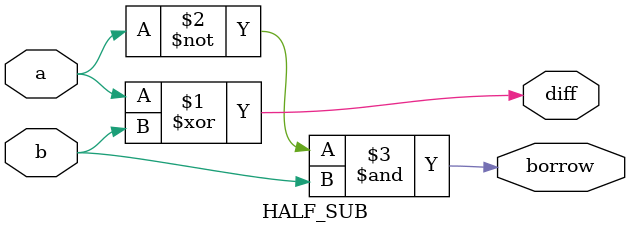
<source format=v>
module HALF_SUB(
    input  wire a, b,         // Inputs
    output wire diff, borrow  // Outputs
);

    // Logic equations
    assign diff   = a ^ b;     // XOR for difference
    assign borrow = ~a & b;    // Borrow when a < b

endmodule
</source>
